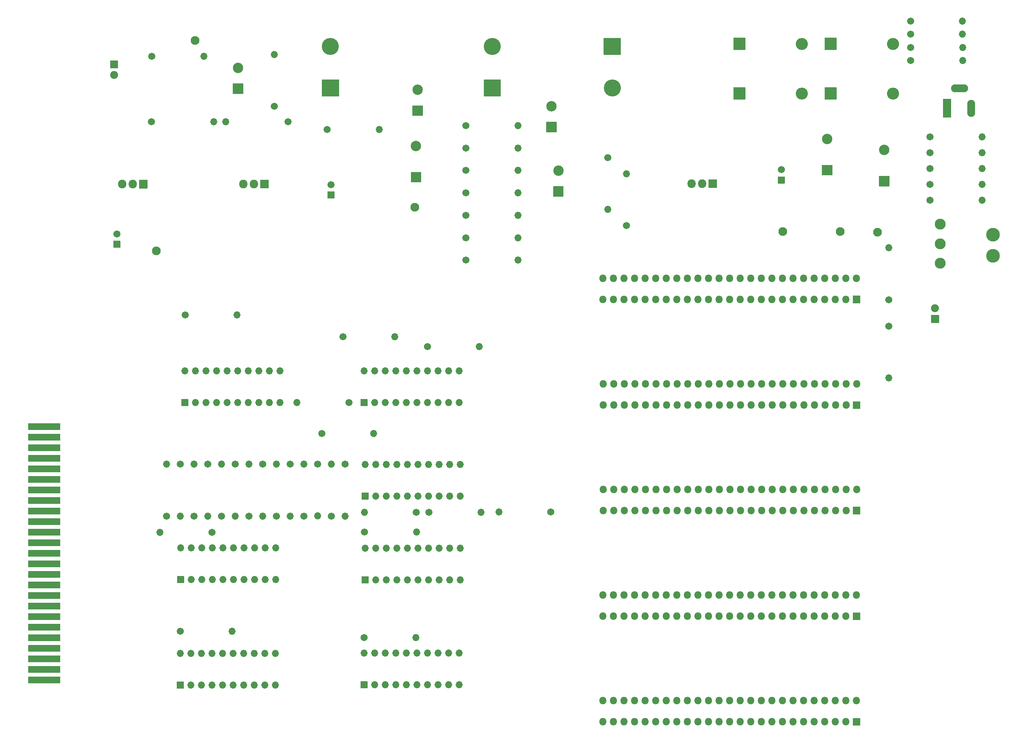
<source format=gbr>
G04 #@! TF.GenerationSoftware,KiCad,Pcbnew,5.1.8-5.1.8*
G04 #@! TF.CreationDate,2021-09-17T16:24:19-07:00*
G04 #@! TF.ProjectId,1090,31303930-2e6b-4696-9361-645f70636258,rev?*
G04 #@! TF.SameCoordinates,Original*
G04 #@! TF.FileFunction,Soldermask,Bot*
G04 #@! TF.FilePolarity,Negative*
%FSLAX46Y46*%
G04 Gerber Fmt 4.6, Leading zero omitted, Abs format (unit mm)*
G04 Created by KiCad (PCBNEW 5.1.8-5.1.8) date 2021-09-17 16:24:19*
%MOMM*%
%LPD*%
G01*
G04 APERTURE LIST*
%ADD10C,3.302000*%
%ADD11C,2.626000*%
%ADD12O,1.802000X1.802000*%
%ADD13O,4.102000X1.902000*%
%ADD14O,1.902000X4.102000*%
%ADD15C,1.702000*%
%ADD16O,1.702000X1.702000*%
%ADD17C,1.902000*%
%ADD18O,2.902000X2.902000*%
%ADD19C,2.502000*%
%ADD20O,2.007000X2.102000*%
%ADD21C,2.102000*%
%ADD22C,4.102000*%
G04 APERTURE END LIST*
D10*
X532384000Y-183794400D03*
X532384000Y-178714400D03*
D11*
X519684000Y-185574401D03*
X519684000Y-180874401D03*
X519684000Y-176174400D03*
D12*
X438650000Y-290810000D03*
X438650000Y-295890000D03*
X441190000Y-290810000D03*
X441190000Y-295890000D03*
X443730000Y-290810000D03*
X443730000Y-295890000D03*
X446270000Y-290810000D03*
X446270000Y-295890000D03*
X448810000Y-290810000D03*
X448810000Y-295890000D03*
X451350000Y-290810000D03*
X451350000Y-295890000D03*
X453890000Y-290810000D03*
X453890000Y-295890000D03*
X456430000Y-290810000D03*
X456430000Y-295890000D03*
X458970000Y-290810000D03*
X458970000Y-295890000D03*
X461510000Y-290810000D03*
X461510000Y-295890000D03*
X464050000Y-290810000D03*
X464050000Y-295890000D03*
X466590000Y-290810000D03*
X466590000Y-295890000D03*
X469130000Y-290810000D03*
X469130000Y-295890000D03*
X471670000Y-290810000D03*
X471670000Y-295890000D03*
X474210000Y-290810000D03*
X474210000Y-295890000D03*
X476750000Y-290810000D03*
X476750000Y-295890000D03*
X479290000Y-290810000D03*
X479290000Y-295890000D03*
X481830000Y-290810000D03*
X481830000Y-295890000D03*
X484370000Y-290810000D03*
X484370000Y-295890000D03*
X486910000Y-290810000D03*
X486910000Y-295890000D03*
X489450000Y-290810000D03*
X489450000Y-295890000D03*
X491990000Y-290810000D03*
X491990000Y-295890000D03*
X494530000Y-290810000D03*
X494530000Y-295890000D03*
X497070000Y-290810000D03*
X497070000Y-295890000D03*
X499610000Y-290810000D03*
G36*
G01*
X498760000Y-294989000D02*
X500460000Y-294989000D01*
G75*
G02*
X500511000Y-295040000I0J-51000D01*
G01*
X500511000Y-296740000D01*
G75*
G02*
X500460000Y-296791000I-51000J0D01*
G01*
X498760000Y-296791000D01*
G75*
G02*
X498709000Y-296740000I0J51000D01*
G01*
X498709000Y-295040000D01*
G75*
G02*
X498760000Y-294989000I51000J0D01*
G01*
G37*
X438650000Y-189200000D03*
X438650000Y-194280000D03*
X441190000Y-189200000D03*
X441190000Y-194280000D03*
X443730000Y-189200000D03*
X443730000Y-194280000D03*
X446270000Y-189200000D03*
X446270000Y-194280000D03*
X448810000Y-189200000D03*
X448810000Y-194280000D03*
X451350000Y-189200000D03*
X451350000Y-194280000D03*
X453890000Y-189200000D03*
X453890000Y-194280000D03*
X456430000Y-189200000D03*
X456430000Y-194280000D03*
X458970000Y-189200000D03*
X458970000Y-194280000D03*
X461510000Y-189200000D03*
X461510000Y-194280000D03*
X464050000Y-189200000D03*
X464050000Y-194280000D03*
X466590000Y-189200000D03*
X466590000Y-194280000D03*
X469130000Y-189200000D03*
X469130000Y-194280000D03*
X471670000Y-189200000D03*
X471670000Y-194280000D03*
X474210000Y-189200000D03*
X474210000Y-194280000D03*
X476750000Y-189200000D03*
X476750000Y-194280000D03*
X479290000Y-189200000D03*
X479290000Y-194280000D03*
X481830000Y-189200000D03*
X481830000Y-194280000D03*
X484370000Y-189200000D03*
X484370000Y-194280000D03*
X486910000Y-189200000D03*
X486910000Y-194280000D03*
X489450000Y-189200000D03*
X489450000Y-194280000D03*
X491990000Y-189200000D03*
X491990000Y-194280000D03*
X494530000Y-189200000D03*
X494530000Y-194280000D03*
X497070000Y-189200000D03*
X497070000Y-194280000D03*
X499610000Y-189200000D03*
G36*
G01*
X498760000Y-193379000D02*
X500460000Y-193379000D01*
G75*
G02*
X500511000Y-193430000I0J-51000D01*
G01*
X500511000Y-195130000D01*
G75*
G02*
X500460000Y-195181000I-51000J0D01*
G01*
X498760000Y-195181000D01*
G75*
G02*
X498709000Y-195130000I0J51000D01*
G01*
X498709000Y-193430000D01*
G75*
G02*
X498760000Y-193379000I51000J0D01*
G01*
G37*
X438660000Y-214610000D03*
X438660000Y-219690000D03*
X441200000Y-214610000D03*
X441200000Y-219690000D03*
X443740000Y-214610000D03*
X443740000Y-219690000D03*
X446280000Y-214610000D03*
X446280000Y-219690000D03*
X448820000Y-214610000D03*
X448820000Y-219690000D03*
X451360000Y-214610000D03*
X451360000Y-219690000D03*
X453900000Y-214610000D03*
X453900000Y-219690000D03*
X456440000Y-214610000D03*
X456440000Y-219690000D03*
X458980000Y-214610000D03*
X458980000Y-219690000D03*
X461520000Y-214610000D03*
X461520000Y-219690000D03*
X464060000Y-214610000D03*
X464060000Y-219690000D03*
X466600000Y-214610000D03*
X466600000Y-219690000D03*
X469140000Y-214610000D03*
X469140000Y-219690000D03*
X471680000Y-214610000D03*
X471680000Y-219690000D03*
X474220000Y-214610000D03*
X474220000Y-219690000D03*
X476760000Y-214610000D03*
X476760000Y-219690000D03*
X479300000Y-214610000D03*
X479300000Y-219690000D03*
X481840000Y-214610000D03*
X481840000Y-219690000D03*
X484380000Y-214610000D03*
X484380000Y-219690000D03*
X486920000Y-214610000D03*
X486920000Y-219690000D03*
X489460000Y-214610000D03*
X489460000Y-219690000D03*
X492000000Y-214610000D03*
X492000000Y-219690000D03*
X494540000Y-214610000D03*
X494540000Y-219690000D03*
X497080000Y-214610000D03*
X497080000Y-219690000D03*
X499620000Y-214610000D03*
G36*
G01*
X498770000Y-218789000D02*
X500470000Y-218789000D01*
G75*
G02*
X500521000Y-218840000I0J-51000D01*
G01*
X500521000Y-220540000D01*
G75*
G02*
X500470000Y-220591000I-51000J0D01*
G01*
X498770000Y-220591000D01*
G75*
G02*
X498719000Y-220540000I0J51000D01*
G01*
X498719000Y-218840000D01*
G75*
G02*
X498770000Y-218789000I51000J0D01*
G01*
G37*
X438660000Y-240000000D03*
X438660000Y-245080000D03*
X441200000Y-240000000D03*
X441200000Y-245080000D03*
X443740000Y-240000000D03*
X443740000Y-245080000D03*
X446280000Y-240000000D03*
X446280000Y-245080000D03*
X448820000Y-240000000D03*
X448820000Y-245080000D03*
X451360000Y-240000000D03*
X451360000Y-245080000D03*
X453900000Y-240000000D03*
X453900000Y-245080000D03*
X456440000Y-240000000D03*
X456440000Y-245080000D03*
X458980000Y-240000000D03*
X458980000Y-245080000D03*
X461520000Y-240000000D03*
X461520000Y-245080000D03*
X464060000Y-240000000D03*
X464060000Y-245080000D03*
X466600000Y-240000000D03*
X466600000Y-245080000D03*
X469140000Y-240000000D03*
X469140000Y-245080000D03*
X471680000Y-240000000D03*
X471680000Y-245080000D03*
X474220000Y-240000000D03*
X474220000Y-245080000D03*
X476760000Y-240000000D03*
X476760000Y-245080000D03*
X479300000Y-240000000D03*
X479300000Y-245080000D03*
X481840000Y-240000000D03*
X481840000Y-245080000D03*
X484380000Y-240000000D03*
X484380000Y-245080000D03*
X486920000Y-240000000D03*
X486920000Y-245080000D03*
X489460000Y-240000000D03*
X489460000Y-245080000D03*
X492000000Y-240000000D03*
X492000000Y-245080000D03*
X494540000Y-240000000D03*
X494540000Y-245080000D03*
X497080000Y-240000000D03*
X497080000Y-245080000D03*
X499620000Y-240000000D03*
G36*
G01*
X498770000Y-244179000D02*
X500470000Y-244179000D01*
G75*
G02*
X500521000Y-244230000I0J-51000D01*
G01*
X500521000Y-245930000D01*
G75*
G02*
X500470000Y-245981000I-51000J0D01*
G01*
X498770000Y-245981000D01*
G75*
G02*
X498719000Y-245930000I0J51000D01*
G01*
X498719000Y-244230000D01*
G75*
G02*
X498770000Y-244179000I51000J0D01*
G01*
G37*
X438640000Y-265410000D03*
X438640000Y-270490000D03*
X441180000Y-265410000D03*
X441180000Y-270490000D03*
X443720000Y-265410000D03*
X443720000Y-270490000D03*
X446260000Y-265410000D03*
X446260000Y-270490000D03*
X448800000Y-265410000D03*
X448800000Y-270490000D03*
X451340000Y-265410000D03*
X451340000Y-270490000D03*
X453880000Y-265410000D03*
X453880000Y-270490000D03*
X456420000Y-265410000D03*
X456420000Y-270490000D03*
X458960000Y-265410000D03*
X458960000Y-270490000D03*
X461500000Y-265410000D03*
X461500000Y-270490000D03*
X464040000Y-265410000D03*
X464040000Y-270490000D03*
X466580000Y-265410000D03*
X466580000Y-270490000D03*
X469120000Y-265410000D03*
X469120000Y-270490000D03*
X471660000Y-265410000D03*
X471660000Y-270490000D03*
X474200000Y-265410000D03*
X474200000Y-270490000D03*
X476740000Y-265410000D03*
X476740000Y-270490000D03*
X479280000Y-265410000D03*
X479280000Y-270490000D03*
X481820000Y-265410000D03*
X481820000Y-270490000D03*
X484360000Y-265410000D03*
X484360000Y-270490000D03*
X486900000Y-265410000D03*
X486900000Y-270490000D03*
X489440000Y-265410000D03*
X489440000Y-270490000D03*
X491980000Y-265410000D03*
X491980000Y-270490000D03*
X494520000Y-265410000D03*
X494520000Y-270490000D03*
X497060000Y-265410000D03*
X497060000Y-270490000D03*
X499600000Y-265410000D03*
G36*
G01*
X498750000Y-269589000D02*
X500450000Y-269589000D01*
G75*
G02*
X500501000Y-269640000I0J-51000D01*
G01*
X500501000Y-271340000D01*
G75*
G02*
X500450000Y-271391000I-51000J0D01*
G01*
X498750000Y-271391000D01*
G75*
G02*
X498699000Y-271340000I0J51000D01*
G01*
X498699000Y-269640000D01*
G75*
G02*
X498750000Y-269589000I51000J0D01*
G01*
G37*
G36*
G01*
X300480000Y-239287000D02*
X308100000Y-239287000D01*
G75*
G02*
X308151000Y-239338000I0J-51000D01*
G01*
X308151000Y-240862000D01*
G75*
G02*
X308100000Y-240913000I-51000J0D01*
G01*
X300480000Y-240913000D01*
G75*
G02*
X300429000Y-240862000I0J51000D01*
G01*
X300429000Y-239338000D01*
G75*
G02*
X300480000Y-239287000I51000J0D01*
G01*
G37*
G36*
G01*
X300480000Y-246907000D02*
X308100000Y-246907000D01*
G75*
G02*
X308151000Y-246958000I0J-51000D01*
G01*
X308151000Y-248482000D01*
G75*
G02*
X308100000Y-248533000I-51000J0D01*
G01*
X300480000Y-248533000D01*
G75*
G02*
X300429000Y-248482000I0J51000D01*
G01*
X300429000Y-246958000D01*
G75*
G02*
X300480000Y-246907000I51000J0D01*
G01*
G37*
G36*
G01*
X300480000Y-236747000D02*
X308100000Y-236747000D01*
G75*
G02*
X308151000Y-236798000I0J-51000D01*
G01*
X308151000Y-238322000D01*
G75*
G02*
X308100000Y-238373000I-51000J0D01*
G01*
X300480000Y-238373000D01*
G75*
G02*
X300429000Y-238322000I0J51000D01*
G01*
X300429000Y-236798000D01*
G75*
G02*
X300480000Y-236747000I51000J0D01*
G01*
G37*
G36*
G01*
X300480000Y-241827000D02*
X308100000Y-241827000D01*
G75*
G02*
X308151000Y-241878000I0J-51000D01*
G01*
X308151000Y-243402000D01*
G75*
G02*
X308100000Y-243453000I-51000J0D01*
G01*
X300480000Y-243453000D01*
G75*
G02*
X300429000Y-243402000I0J51000D01*
G01*
X300429000Y-241878000D01*
G75*
G02*
X300480000Y-241827000I51000J0D01*
G01*
G37*
G36*
G01*
X300480000Y-244367000D02*
X308100000Y-244367000D01*
G75*
G02*
X308151000Y-244418000I0J-51000D01*
G01*
X308151000Y-245942000D01*
G75*
G02*
X308100000Y-245993000I-51000J0D01*
G01*
X300480000Y-245993000D01*
G75*
G02*
X300429000Y-245942000I0J51000D01*
G01*
X300429000Y-244418000D01*
G75*
G02*
X300480000Y-244367000I51000J0D01*
G01*
G37*
G36*
G01*
X300480000Y-231667000D02*
X308100000Y-231667000D01*
G75*
G02*
X308151000Y-231718000I0J-51000D01*
G01*
X308151000Y-233242000D01*
G75*
G02*
X308100000Y-233293000I-51000J0D01*
G01*
X300480000Y-233293000D01*
G75*
G02*
X300429000Y-233242000I0J51000D01*
G01*
X300429000Y-231718000D01*
G75*
G02*
X300480000Y-231667000I51000J0D01*
G01*
G37*
G36*
G01*
X300480000Y-229127000D02*
X308100000Y-229127000D01*
G75*
G02*
X308151000Y-229178000I0J-51000D01*
G01*
X308151000Y-230702000D01*
G75*
G02*
X308100000Y-230753000I-51000J0D01*
G01*
X300480000Y-230753000D01*
G75*
G02*
X300429000Y-230702000I0J51000D01*
G01*
X300429000Y-229178000D01*
G75*
G02*
X300480000Y-229127000I51000J0D01*
G01*
G37*
G36*
G01*
X300480000Y-224047000D02*
X308100000Y-224047000D01*
G75*
G02*
X308151000Y-224098000I0J-51000D01*
G01*
X308151000Y-225622000D01*
G75*
G02*
X308100000Y-225673000I-51000J0D01*
G01*
X300480000Y-225673000D01*
G75*
G02*
X300429000Y-225622000I0J51000D01*
G01*
X300429000Y-224098000D01*
G75*
G02*
X300480000Y-224047000I51000J0D01*
G01*
G37*
G36*
G01*
X300480000Y-234207000D02*
X308100000Y-234207000D01*
G75*
G02*
X308151000Y-234258000I0J-51000D01*
G01*
X308151000Y-235782000D01*
G75*
G02*
X308100000Y-235833000I-51000J0D01*
G01*
X300480000Y-235833000D01*
G75*
G02*
X300429000Y-235782000I0J51000D01*
G01*
X300429000Y-234258000D01*
G75*
G02*
X300480000Y-234207000I51000J0D01*
G01*
G37*
G36*
G01*
X300480000Y-226587000D02*
X308100000Y-226587000D01*
G75*
G02*
X308151000Y-226638000I0J-51000D01*
G01*
X308151000Y-228162000D01*
G75*
G02*
X308100000Y-228213000I-51000J0D01*
G01*
X300480000Y-228213000D01*
G75*
G02*
X300429000Y-228162000I0J51000D01*
G01*
X300429000Y-226638000D01*
G75*
G02*
X300480000Y-226587000I51000J0D01*
G01*
G37*
G36*
G01*
X300480000Y-285007000D02*
X308100000Y-285007000D01*
G75*
G02*
X308151000Y-285058000I0J-51000D01*
G01*
X308151000Y-286582000D01*
G75*
G02*
X308100000Y-286633000I-51000J0D01*
G01*
X300480000Y-286633000D01*
G75*
G02*
X300429000Y-286582000I0J51000D01*
G01*
X300429000Y-285058000D01*
G75*
G02*
X300480000Y-285007000I51000J0D01*
G01*
G37*
G36*
G01*
X300480000Y-282467000D02*
X308100000Y-282467000D01*
G75*
G02*
X308151000Y-282518000I0J-51000D01*
G01*
X308151000Y-284042000D01*
G75*
G02*
X308100000Y-284093000I-51000J0D01*
G01*
X300480000Y-284093000D01*
G75*
G02*
X300429000Y-284042000I0J51000D01*
G01*
X300429000Y-282518000D01*
G75*
G02*
X300480000Y-282467000I51000J0D01*
G01*
G37*
G36*
G01*
X300480000Y-279927000D02*
X308100000Y-279927000D01*
G75*
G02*
X308151000Y-279978000I0J-51000D01*
G01*
X308151000Y-281502000D01*
G75*
G02*
X308100000Y-281553000I-51000J0D01*
G01*
X300480000Y-281553000D01*
G75*
G02*
X300429000Y-281502000I0J51000D01*
G01*
X300429000Y-279978000D01*
G75*
G02*
X300480000Y-279927000I51000J0D01*
G01*
G37*
G36*
G01*
X300480000Y-277387000D02*
X308100000Y-277387000D01*
G75*
G02*
X308151000Y-277438000I0J-51000D01*
G01*
X308151000Y-278962000D01*
G75*
G02*
X308100000Y-279013000I-51000J0D01*
G01*
X300480000Y-279013000D01*
G75*
G02*
X300429000Y-278962000I0J51000D01*
G01*
X300429000Y-277438000D01*
G75*
G02*
X300480000Y-277387000I51000J0D01*
G01*
G37*
G36*
G01*
X300480000Y-274847000D02*
X308100000Y-274847000D01*
G75*
G02*
X308151000Y-274898000I0J-51000D01*
G01*
X308151000Y-276422000D01*
G75*
G02*
X308100000Y-276473000I-51000J0D01*
G01*
X300480000Y-276473000D01*
G75*
G02*
X300429000Y-276422000I0J51000D01*
G01*
X300429000Y-274898000D01*
G75*
G02*
X300480000Y-274847000I51000J0D01*
G01*
G37*
G36*
G01*
X300480000Y-272307000D02*
X308100000Y-272307000D01*
G75*
G02*
X308151000Y-272358000I0J-51000D01*
G01*
X308151000Y-273882000D01*
G75*
G02*
X308100000Y-273933000I-51000J0D01*
G01*
X300480000Y-273933000D01*
G75*
G02*
X300429000Y-273882000I0J51000D01*
G01*
X300429000Y-272358000D01*
G75*
G02*
X300480000Y-272307000I51000J0D01*
G01*
G37*
G36*
G01*
X300480000Y-269767000D02*
X308100000Y-269767000D01*
G75*
G02*
X308151000Y-269818000I0J-51000D01*
G01*
X308151000Y-271342000D01*
G75*
G02*
X308100000Y-271393000I-51000J0D01*
G01*
X300480000Y-271393000D01*
G75*
G02*
X300429000Y-271342000I0J51000D01*
G01*
X300429000Y-269818000D01*
G75*
G02*
X300480000Y-269767000I51000J0D01*
G01*
G37*
G36*
G01*
X300480000Y-267227000D02*
X308100000Y-267227000D01*
G75*
G02*
X308151000Y-267278000I0J-51000D01*
G01*
X308151000Y-268802000D01*
G75*
G02*
X308100000Y-268853000I-51000J0D01*
G01*
X300480000Y-268853000D01*
G75*
G02*
X300429000Y-268802000I0J51000D01*
G01*
X300429000Y-267278000D01*
G75*
G02*
X300480000Y-267227000I51000J0D01*
G01*
G37*
G36*
G01*
X300480000Y-264687000D02*
X308100000Y-264687000D01*
G75*
G02*
X308151000Y-264738000I0J-51000D01*
G01*
X308151000Y-266262000D01*
G75*
G02*
X308100000Y-266313000I-51000J0D01*
G01*
X300480000Y-266313000D01*
G75*
G02*
X300429000Y-266262000I0J51000D01*
G01*
X300429000Y-264738000D01*
G75*
G02*
X300480000Y-264687000I51000J0D01*
G01*
G37*
G36*
G01*
X300480000Y-262147000D02*
X308100000Y-262147000D01*
G75*
G02*
X308151000Y-262198000I0J-51000D01*
G01*
X308151000Y-263722000D01*
G75*
G02*
X308100000Y-263773000I-51000J0D01*
G01*
X300480000Y-263773000D01*
G75*
G02*
X300429000Y-263722000I0J51000D01*
G01*
X300429000Y-262198000D01*
G75*
G02*
X300480000Y-262147000I51000J0D01*
G01*
G37*
G36*
G01*
X300480000Y-259607000D02*
X308100000Y-259607000D01*
G75*
G02*
X308151000Y-259658000I0J-51000D01*
G01*
X308151000Y-261182000D01*
G75*
G02*
X308100000Y-261233000I-51000J0D01*
G01*
X300480000Y-261233000D01*
G75*
G02*
X300429000Y-261182000I0J51000D01*
G01*
X300429000Y-259658000D01*
G75*
G02*
X300480000Y-259607000I51000J0D01*
G01*
G37*
G36*
G01*
X300480000Y-257067000D02*
X308100000Y-257067000D01*
G75*
G02*
X308151000Y-257118000I0J-51000D01*
G01*
X308151000Y-258642000D01*
G75*
G02*
X308100000Y-258693000I-51000J0D01*
G01*
X300480000Y-258693000D01*
G75*
G02*
X300429000Y-258642000I0J51000D01*
G01*
X300429000Y-257118000D01*
G75*
G02*
X300480000Y-257067000I51000J0D01*
G01*
G37*
G36*
G01*
X300480000Y-254527000D02*
X308100000Y-254527000D01*
G75*
G02*
X308151000Y-254578000I0J-51000D01*
G01*
X308151000Y-256102000D01*
G75*
G02*
X308100000Y-256153000I-51000J0D01*
G01*
X300480000Y-256153000D01*
G75*
G02*
X300429000Y-256102000I0J51000D01*
G01*
X300429000Y-254578000D01*
G75*
G02*
X300480000Y-254527000I51000J0D01*
G01*
G37*
G36*
G01*
X300480000Y-251987000D02*
X308100000Y-251987000D01*
G75*
G02*
X308151000Y-252038000I0J-51000D01*
G01*
X308151000Y-253562000D01*
G75*
G02*
X308100000Y-253613000I-51000J0D01*
G01*
X300480000Y-253613000D01*
G75*
G02*
X300429000Y-253562000I0J51000D01*
G01*
X300429000Y-252038000D01*
G75*
G02*
X300480000Y-251987000I51000J0D01*
G01*
G37*
G36*
G01*
X300480000Y-249447000D02*
X308100000Y-249447000D01*
G75*
G02*
X308151000Y-249498000I0J-51000D01*
G01*
X308151000Y-251022000D01*
G75*
G02*
X308100000Y-251073000I-51000J0D01*
G01*
X300480000Y-251073000D01*
G75*
G02*
X300429000Y-251022000I0J51000D01*
G01*
X300429000Y-249498000D01*
G75*
G02*
X300480000Y-249447000I51000J0D01*
G01*
G37*
D13*
X524357000Y-143469000D03*
D14*
X527157000Y-148269000D03*
G36*
G01*
X522257000Y-150520000D02*
X520457000Y-150520000D01*
G75*
G02*
X520406000Y-150469000I0J51000D01*
G01*
X520406000Y-146069000D01*
G75*
G02*
X520457000Y-146018000I51000J0D01*
G01*
X522257000Y-146018000D01*
G75*
G02*
X522308000Y-146069000I0J-51000D01*
G01*
X522308000Y-150469000D01*
G75*
G02*
X522257000Y-150520000I-51000J0D01*
G01*
G37*
D15*
X393780000Y-245470000D03*
D16*
X381280000Y-245470000D03*
D17*
X321115000Y-140241000D03*
G36*
G01*
X320215000Y-136750000D02*
X322015000Y-136750000D01*
G75*
G02*
X322066000Y-136801000I0J-51000D01*
G01*
X322066000Y-138601000D01*
G75*
G02*
X322015000Y-138652000I-51000J0D01*
G01*
X320215000Y-138652000D01*
G75*
G02*
X320164000Y-138601000I0J51000D01*
G01*
X320164000Y-136801000D01*
G75*
G02*
X320215000Y-136750000I51000J0D01*
G01*
G37*
X518483000Y-196425000D03*
G36*
G01*
X519383000Y-199916000D02*
X517583000Y-199916000D01*
G75*
G02*
X517532000Y-199865000I0J51000D01*
G01*
X517532000Y-198065000D01*
G75*
G02*
X517583000Y-198014000I51000J0D01*
G01*
X519383000Y-198014000D01*
G75*
G02*
X519434000Y-198065000I0J-51000D01*
G01*
X519434000Y-199865000D01*
G75*
G02*
X519383000Y-199916000I-51000J0D01*
G01*
G37*
D18*
X508364000Y-132777000D03*
G36*
G01*
X491913000Y-134167000D02*
X491913000Y-131367000D01*
G75*
G02*
X491964000Y-131316000I51000J0D01*
G01*
X494764000Y-131316000D01*
G75*
G02*
X494815000Y-131367000I0J-51000D01*
G01*
X494815000Y-134167000D01*
G75*
G02*
X494764000Y-134218000I-51000J0D01*
G01*
X491964000Y-134218000D01*
G75*
G02*
X491913000Y-134167000I0J51000D01*
G01*
G37*
X486440000Y-132777000D03*
G36*
G01*
X469989000Y-134167000D02*
X469989000Y-131367000D01*
G75*
G02*
X470040000Y-131316000I51000J0D01*
G01*
X472840000Y-131316000D01*
G75*
G02*
X472891000Y-131367000I0J-51000D01*
G01*
X472891000Y-134167000D01*
G75*
G02*
X472840000Y-134218000I-51000J0D01*
G01*
X470040000Y-134218000D01*
G75*
G02*
X469989000Y-134167000I0J51000D01*
G01*
G37*
X508364000Y-144715000D03*
G36*
G01*
X491913000Y-146105000D02*
X491913000Y-143305000D01*
G75*
G02*
X491964000Y-143254000I51000J0D01*
G01*
X494764000Y-143254000D01*
G75*
G02*
X494815000Y-143305000I0J-51000D01*
G01*
X494815000Y-146105000D01*
G75*
G02*
X494764000Y-146156000I-51000J0D01*
G01*
X491964000Y-146156000D01*
G75*
G02*
X491913000Y-146105000I0J51000D01*
G01*
G37*
D15*
X439830000Y-160145000D03*
D16*
X439830000Y-172645000D03*
D15*
X512648000Y-133664000D03*
D16*
X525148000Y-133664000D03*
D15*
X517275000Y-162747000D03*
D16*
X529775000Y-162747000D03*
D15*
X512573000Y-127304000D03*
D16*
X525073000Y-127304000D03*
D15*
X336990000Y-274099000D03*
D16*
X349490000Y-274099000D03*
D15*
X344630000Y-250350000D03*
D16*
X332130000Y-250350000D03*
D15*
X338180000Y-198020000D03*
D16*
X350680000Y-198020000D03*
D15*
X381313000Y-250238999D03*
D16*
X393813000Y-250238999D03*
D15*
X377530000Y-219120000D03*
D16*
X365030000Y-219120000D03*
D15*
X517275000Y-170367000D03*
D16*
X529775000Y-170367000D03*
D15*
X517275000Y-155127000D03*
D16*
X529775000Y-155127000D03*
D15*
X376106000Y-203233000D03*
D16*
X388606000Y-203233000D03*
D15*
X381186000Y-275623000D03*
D16*
X393686000Y-275623000D03*
G36*
G01*
X382240000Y-262571000D02*
X380640000Y-262571000D01*
G75*
G02*
X380589000Y-262520000I0J51000D01*
G01*
X380589000Y-260920000D01*
G75*
G02*
X380640000Y-260869000I51000J0D01*
G01*
X382240000Y-260869000D01*
G75*
G02*
X382291000Y-260920000I0J-51000D01*
G01*
X382291000Y-262520000D01*
G75*
G02*
X382240000Y-262571000I-51000J0D01*
G01*
G37*
X404300000Y-254100000D03*
X383980000Y-261720000D03*
X401760000Y-254100000D03*
X386520000Y-261720000D03*
X399220000Y-254100000D03*
X389060000Y-261720000D03*
X396680000Y-254100000D03*
X391600000Y-261720000D03*
X394140000Y-254100000D03*
X394140000Y-261720000D03*
X391600000Y-254100000D03*
X396680000Y-261720000D03*
X389060000Y-254100000D03*
X399220000Y-261720000D03*
X386520000Y-254100000D03*
X401760000Y-261720000D03*
X383980000Y-254100000D03*
X404300000Y-261720000D03*
X381440000Y-254100000D03*
G36*
G01*
X381986000Y-219959000D02*
X380386000Y-219959000D01*
G75*
G02*
X380335000Y-219908000I0J51000D01*
G01*
X380335000Y-218308000D01*
G75*
G02*
X380386000Y-218257000I51000J0D01*
G01*
X381986000Y-218257000D01*
G75*
G02*
X382037000Y-218308000I0J-51000D01*
G01*
X382037000Y-219908000D01*
G75*
G02*
X381986000Y-219959000I-51000J0D01*
G01*
G37*
X404046000Y-211488000D03*
X383726000Y-219108000D03*
X401506000Y-211488000D03*
X386266000Y-219108000D03*
X398966000Y-211488000D03*
X388806000Y-219108000D03*
X396426000Y-211488000D03*
X391346000Y-219108000D03*
X393886000Y-211488000D03*
X393886000Y-219108000D03*
X391346000Y-211488000D03*
X396426000Y-219108000D03*
X388806000Y-211488000D03*
X398966000Y-219108000D03*
X386266000Y-211488000D03*
X401506000Y-219108000D03*
X383726000Y-211488000D03*
X404046000Y-219108000D03*
X381186000Y-211488000D03*
G36*
G01*
X482305000Y-166396000D02*
X480705000Y-166396000D01*
G75*
G02*
X480654000Y-166345000I0J51000D01*
G01*
X480654000Y-164745000D01*
G75*
G02*
X480705000Y-164694000I51000J0D01*
G01*
X482305000Y-164694000D01*
G75*
G02*
X482356000Y-164745000I0J-51000D01*
G01*
X482356000Y-166345000D01*
G75*
G02*
X482305000Y-166396000I-51000J0D01*
G01*
G37*
D15*
X481505000Y-163045000D03*
G36*
G01*
X352080000Y-144791000D02*
X349680000Y-144791000D01*
G75*
G02*
X349629000Y-144740000I0J51000D01*
G01*
X349629000Y-142340000D01*
G75*
G02*
X349680000Y-142289000I51000J0D01*
G01*
X352080000Y-142289000D01*
G75*
G02*
X352131000Y-142340000I0J-51000D01*
G01*
X352131000Y-144740000D01*
G75*
G02*
X352080000Y-144791000I-51000J0D01*
G01*
G37*
D19*
X350880000Y-138540000D03*
D15*
X507405000Y-194370000D03*
D16*
X507405000Y-181870000D03*
D15*
X507355000Y-200695000D03*
D16*
X507355000Y-213195000D03*
D15*
X330194000Y-135769000D03*
D16*
X342694000Y-135769000D03*
D15*
X396426000Y-205646000D03*
D16*
X408926000Y-205646000D03*
D15*
X371026000Y-226537500D03*
D16*
X383526000Y-226537500D03*
D15*
X336980000Y-233920000D03*
D16*
X336980000Y-246420000D03*
D15*
X343580000Y-233920000D03*
D16*
X343580000Y-246420000D03*
D15*
X350180000Y-233920000D03*
D16*
X350180000Y-246420000D03*
D15*
X356802000Y-233920000D03*
D16*
X356802000Y-246420000D03*
D15*
X363430000Y-233920000D03*
D16*
X363430000Y-246420000D03*
D15*
X370030000Y-233870000D03*
D16*
X370030000Y-246370000D03*
D15*
X376614000Y-233920000D03*
D16*
X376614000Y-246420000D03*
D15*
X426110000Y-245430000D03*
D16*
X413610000Y-245430000D03*
X347955000Y-151495000D03*
D15*
X362955000Y-151495000D03*
X512573000Y-130459000D03*
D16*
X525073000Y-130459000D03*
D15*
X512648000Y-136819000D03*
D16*
X525148000Y-136819000D03*
D15*
X517275000Y-166557000D03*
D16*
X529775000Y-166557000D03*
D15*
X517275000Y-158937000D03*
D16*
X529775000Y-158937000D03*
X337075000Y-254082000D03*
X359935000Y-261702000D03*
X339615000Y-254082000D03*
X357395000Y-261702000D03*
X342155000Y-254082000D03*
X354855000Y-261702000D03*
X344695000Y-254082000D03*
X352315000Y-261702000D03*
X347235000Y-254082000D03*
X349775000Y-261702000D03*
X349775000Y-254082000D03*
X347235000Y-261702000D03*
X352315000Y-254082000D03*
X344695000Y-261702000D03*
X354855000Y-254082000D03*
X342155000Y-261702000D03*
X357395000Y-254082000D03*
X339615000Y-261702000D03*
X359935000Y-254082000D03*
G36*
G01*
X337875000Y-262553000D02*
X336275000Y-262553000D01*
G75*
G02*
X336224000Y-262502000I0J51000D01*
G01*
X336224000Y-260902000D01*
G75*
G02*
X336275000Y-260851000I51000J0D01*
G01*
X337875000Y-260851000D01*
G75*
G02*
X337926000Y-260902000I0J-51000D01*
G01*
X337926000Y-262502000D01*
G75*
G02*
X337875000Y-262553000I-51000J0D01*
G01*
G37*
X381186000Y-279392001D03*
X404046000Y-287012001D03*
X383726000Y-279392001D03*
X401506000Y-287012001D03*
X386266000Y-279392001D03*
X398966000Y-287012001D03*
X388806000Y-279392001D03*
X396426000Y-287012001D03*
X391346000Y-279392001D03*
X393886000Y-287012001D03*
X393886000Y-279392001D03*
X391346000Y-287012001D03*
X396426000Y-279392001D03*
X388806000Y-287012001D03*
X398966000Y-279392001D03*
X386266000Y-287012001D03*
X401506000Y-279392001D03*
X383726000Y-287012001D03*
X404046000Y-279392001D03*
G36*
G01*
X381986000Y-287863001D02*
X380386000Y-287863001D01*
G75*
G02*
X380335000Y-287812001I0J51000D01*
G01*
X380335000Y-286212001D01*
G75*
G02*
X380386000Y-286161001I51000J0D01*
G01*
X381986000Y-286161001D01*
G75*
G02*
X382037000Y-286212001I0J-51000D01*
G01*
X382037000Y-287812001D01*
G75*
G02*
X381986000Y-287863001I-51000J0D01*
G01*
G37*
X381440000Y-233967000D03*
X404300000Y-241587000D03*
X383980000Y-233967000D03*
X401760000Y-241587000D03*
X386520000Y-233967000D03*
X399220000Y-241587000D03*
X389060000Y-233967000D03*
X396680000Y-241587000D03*
X391600000Y-233967000D03*
X394140000Y-241587000D03*
X394140000Y-233967000D03*
X391600000Y-241587000D03*
X396680000Y-233967000D03*
X389060000Y-241587000D03*
X399220000Y-233967000D03*
X386520000Y-241587000D03*
X401760000Y-233967000D03*
X383980000Y-241587000D03*
X404300000Y-233967000D03*
G36*
G01*
X382240000Y-242438000D02*
X380640000Y-242438000D01*
G75*
G02*
X380589000Y-242387000I0J51000D01*
G01*
X380589000Y-240787000D01*
G75*
G02*
X380640000Y-240736000I51000J0D01*
G01*
X382240000Y-240736000D01*
G75*
G02*
X382291000Y-240787000I0J-51000D01*
G01*
X382291000Y-242387000D01*
G75*
G02*
X382240000Y-242438000I-51000J0D01*
G01*
G37*
G36*
G01*
X338891000Y-219959000D02*
X337291000Y-219959000D01*
G75*
G02*
X337240000Y-219908000I0J51000D01*
G01*
X337240000Y-218308000D01*
G75*
G02*
X337291000Y-218257000I51000J0D01*
G01*
X338891000Y-218257000D01*
G75*
G02*
X338942000Y-218308000I0J-51000D01*
G01*
X338942000Y-219908000D01*
G75*
G02*
X338891000Y-219959000I-51000J0D01*
G01*
G37*
X360951000Y-211488000D03*
X340631000Y-219108000D03*
X358411000Y-211488000D03*
X343171000Y-219108000D03*
X355871000Y-211488000D03*
X345711000Y-219108000D03*
X353331000Y-211488000D03*
X348251000Y-219108000D03*
X350791000Y-211488000D03*
X350791000Y-219108000D03*
X348251000Y-211488000D03*
X353331000Y-219108000D03*
X345711000Y-211488000D03*
X355871000Y-219108000D03*
X343171000Y-211488000D03*
X358411000Y-219108000D03*
X340631000Y-211488000D03*
X360951000Y-219108000D03*
X338091000Y-211488000D03*
G36*
G01*
X466033500Y-165420000D02*
X466033500Y-167420000D01*
G75*
G02*
X465982500Y-167471000I-51000J0D01*
G01*
X464077500Y-167471000D01*
G75*
G02*
X464026500Y-167420000I0J51000D01*
G01*
X464026500Y-165420000D01*
G75*
G02*
X464077500Y-165369000I51000J0D01*
G01*
X465982500Y-165369000D01*
G75*
G02*
X466033500Y-165420000I0J-51000D01*
G01*
G37*
D20*
X462490000Y-166420000D03*
X459950000Y-166420000D03*
G36*
G01*
X329103500Y-165530000D02*
X329103500Y-167530000D01*
G75*
G02*
X329052500Y-167581000I-51000J0D01*
G01*
X327147500Y-167581000D01*
G75*
G02*
X327096500Y-167530000I0J51000D01*
G01*
X327096500Y-165530000D01*
G75*
G02*
X327147500Y-165479000I51000J0D01*
G01*
X329052500Y-165479000D01*
G75*
G02*
X329103500Y-165530000I0J-51000D01*
G01*
G37*
X325560000Y-166530000D03*
X323020000Y-166530000D03*
X352180000Y-166500000D03*
X354720000Y-166500000D03*
G36*
G01*
X358263500Y-165500000D02*
X358263500Y-167500000D01*
G75*
G02*
X358212500Y-167551000I-51000J0D01*
G01*
X356307500Y-167551000D01*
G75*
G02*
X356256500Y-167500000I0J51000D01*
G01*
X356256500Y-165500000D01*
G75*
G02*
X356307500Y-165449000I51000J0D01*
G01*
X358212500Y-165449000D01*
G75*
G02*
X358263500Y-165500000I0J-51000D01*
G01*
G37*
D15*
X330067000Y-151517000D03*
D16*
X345067000Y-151517000D03*
X359658000Y-135334000D03*
D15*
X359658000Y-147834000D03*
D16*
X336996000Y-279433000D03*
X359856000Y-287053000D03*
X339536000Y-279433000D03*
X357316000Y-287053000D03*
X342076000Y-279433000D03*
X354776000Y-287053000D03*
X344616000Y-279433000D03*
X352236000Y-287053000D03*
X347156000Y-279433000D03*
X349696000Y-287053000D03*
X349696000Y-279433000D03*
X347156000Y-287053000D03*
X352236000Y-279433000D03*
X344616000Y-287053000D03*
X354776000Y-279433000D03*
X342076000Y-287053000D03*
X357316000Y-279433000D03*
X339536000Y-287053000D03*
X359856000Y-279433000D03*
G36*
G01*
X337796000Y-287904000D02*
X336196000Y-287904000D01*
G75*
G02*
X336145000Y-287853000I0J51000D01*
G01*
X336145000Y-286253000D01*
G75*
G02*
X336196000Y-286202000I51000J0D01*
G01*
X337796000Y-286202000D01*
G75*
G02*
X337847000Y-286253000I0J-51000D01*
G01*
X337847000Y-287853000D01*
G75*
G02*
X337796000Y-287904000I-51000J0D01*
G01*
G37*
D19*
X394075000Y-143850000D03*
G36*
G01*
X395275000Y-150101000D02*
X392875000Y-150101000D01*
G75*
G02*
X392824000Y-150050000I0J51000D01*
G01*
X392824000Y-147650000D01*
G75*
G02*
X392875000Y-147599000I51000J0D01*
G01*
X395275000Y-147599000D01*
G75*
G02*
X395326000Y-147650000I0J-51000D01*
G01*
X395326000Y-150050000D01*
G75*
G02*
X395275000Y-150101000I-51000J0D01*
G01*
G37*
G36*
G01*
X427471000Y-154065000D02*
X425071000Y-154065000D01*
G75*
G02*
X425020000Y-154014000I0J51000D01*
G01*
X425020000Y-151614000D01*
G75*
G02*
X425071000Y-151563000I51000J0D01*
G01*
X427471000Y-151563000D01*
G75*
G02*
X427522000Y-151614000I0J-51000D01*
G01*
X427522000Y-154014000D01*
G75*
G02*
X427471000Y-154065000I-51000J0D01*
G01*
G37*
X426271000Y-147814000D03*
X427922000Y-163308000D03*
G36*
G01*
X429122000Y-169559000D02*
X426722000Y-169559000D01*
G75*
G02*
X426671000Y-169508000I0J51000D01*
G01*
X426671000Y-167108000D01*
G75*
G02*
X426722000Y-167057000I51000J0D01*
G01*
X429122000Y-167057000D01*
G75*
G02*
X429173000Y-167108000I0J-51000D01*
G01*
X429173000Y-169508000D01*
G75*
G02*
X429122000Y-169559000I-51000J0D01*
G01*
G37*
G36*
G01*
X394894000Y-166103000D02*
X392494000Y-166103000D01*
G75*
G02*
X392443000Y-166052000I0J51000D01*
G01*
X392443000Y-163652000D01*
G75*
G02*
X392494000Y-163601000I51000J0D01*
G01*
X394894000Y-163601000D01*
G75*
G02*
X394945000Y-163652000I0J-51000D01*
G01*
X394945000Y-166052000D01*
G75*
G02*
X394894000Y-166103000I-51000J0D01*
G01*
G37*
X393694000Y-157352000D03*
G36*
G01*
X374060000Y-170011000D02*
X372460000Y-170011000D01*
G75*
G02*
X372409000Y-169960000I0J51000D01*
G01*
X372409000Y-168360000D01*
G75*
G02*
X372460000Y-168309000I51000J0D01*
G01*
X374060000Y-168309000D01*
G75*
G02*
X374111000Y-168360000I0J-51000D01*
G01*
X374111000Y-169960000D01*
G75*
G02*
X374060000Y-170011000I-51000J0D01*
G01*
G37*
D15*
X373260000Y-166660000D03*
X321750000Y-178508000D03*
G36*
G01*
X322550000Y-181859000D02*
X320950000Y-181859000D01*
G75*
G02*
X320899000Y-181808000I0J51000D01*
G01*
X320899000Y-180208000D01*
G75*
G02*
X320950000Y-180157000I51000J0D01*
G01*
X322550000Y-180157000D01*
G75*
G02*
X322601000Y-180208000I0J-51000D01*
G01*
X322601000Y-181808000D01*
G75*
G02*
X322550000Y-181859000I-51000J0D01*
G01*
G37*
D16*
X384858000Y-153422000D03*
D15*
X372358000Y-153422000D03*
D16*
X444255000Y-164020000D03*
D15*
X444255000Y-176520000D03*
D16*
X418197000Y-184818000D03*
D15*
X405697000Y-184818000D03*
D16*
X418197000Y-152433000D03*
D15*
X405697000Y-152433000D03*
X405697000Y-179420500D03*
D16*
X418197000Y-179420500D03*
D15*
X405697000Y-157830500D03*
D16*
X418197000Y-157830500D03*
D15*
X405697000Y-168625500D03*
D16*
X418197000Y-168625500D03*
D15*
X405697000Y-163228000D03*
D16*
X418197000Y-163228000D03*
D15*
X405697000Y-174023000D03*
D16*
X418197000Y-174023000D03*
D15*
X333688000Y-246413000D03*
D16*
X333688000Y-233913000D03*
X340292000Y-233913000D03*
D15*
X340292000Y-246413000D03*
X346896000Y-246413000D03*
D16*
X346896000Y-233913000D03*
X353500000Y-233913000D03*
D15*
X353500000Y-246413000D03*
X360104000Y-246413000D03*
D16*
X360104000Y-233913000D03*
X366708000Y-233913000D03*
D15*
X366708000Y-246413000D03*
D16*
X373312000Y-233913000D03*
D15*
X373312000Y-246413000D03*
D16*
X409280000Y-245513000D03*
D15*
X396780000Y-245513000D03*
D21*
X393440000Y-172091000D03*
X495680000Y-177930000D03*
X331275000Y-182620000D03*
X481850000Y-177920000D03*
X340608000Y-131959000D03*
X504690000Y-178070000D03*
G36*
G01*
X414047000Y-145467000D02*
X410047000Y-145467000D01*
G75*
G02*
X409996000Y-145416000I0J51000D01*
G01*
X409996000Y-141416000D01*
G75*
G02*
X410047000Y-141365000I51000J0D01*
G01*
X414047000Y-141365000D01*
G75*
G02*
X414098000Y-141416000I0J-51000D01*
G01*
X414098000Y-145416000D01*
G75*
G02*
X414047000Y-145467000I-51000J0D01*
G01*
G37*
D22*
X412047000Y-133416000D03*
G36*
G01*
X375120000Y-145440000D02*
X371120000Y-145440000D01*
G75*
G02*
X371069000Y-145389000I0J51000D01*
G01*
X371069000Y-141389000D01*
G75*
G02*
X371120000Y-141338000I51000J0D01*
G01*
X375120000Y-141338000D01*
G75*
G02*
X375171000Y-141389000I0J-51000D01*
G01*
X375171000Y-145389000D01*
G75*
G02*
X375120000Y-145440000I-51000J0D01*
G01*
G37*
X373120000Y-133389000D03*
G36*
G01*
X507462000Y-167060000D02*
X505062000Y-167060000D01*
G75*
G02*
X505011000Y-167009000I0J51000D01*
G01*
X505011000Y-164609000D01*
G75*
G02*
X505062000Y-164558000I51000J0D01*
G01*
X507462000Y-164558000D01*
G75*
G02*
X507513000Y-164609000I0J-51000D01*
G01*
X507513000Y-167009000D01*
G75*
G02*
X507462000Y-167060000I-51000J0D01*
G01*
G37*
D19*
X506262000Y-158309000D03*
X492530000Y-155645000D03*
G36*
G01*
X493730000Y-164396000D02*
X491330000Y-164396000D01*
G75*
G02*
X491279000Y-164345000I0J51000D01*
G01*
X491279000Y-161945000D01*
G75*
G02*
X491330000Y-161894000I51000J0D01*
G01*
X493730000Y-161894000D01*
G75*
G02*
X493781000Y-161945000I0J-51000D01*
G01*
X493781000Y-164345000D01*
G75*
G02*
X493730000Y-164396000I-51000J0D01*
G01*
G37*
D22*
X440876000Y-143383000D03*
G36*
G01*
X438876000Y-131332000D02*
X442876000Y-131332000D01*
G75*
G02*
X442927000Y-131383000I0J-51000D01*
G01*
X442927000Y-135383000D01*
G75*
G02*
X442876000Y-135434000I-51000J0D01*
G01*
X438876000Y-135434000D01*
G75*
G02*
X438825000Y-135383000I0J51000D01*
G01*
X438825000Y-131383000D01*
G75*
G02*
X438876000Y-131332000I51000J0D01*
G01*
G37*
G36*
G01*
X469989000Y-146105000D02*
X469989000Y-143305000D01*
G75*
G02*
X470040000Y-143254000I51000J0D01*
G01*
X472840000Y-143254000D01*
G75*
G02*
X472891000Y-143305000I0J-51000D01*
G01*
X472891000Y-146105000D01*
G75*
G02*
X472840000Y-146156000I-51000J0D01*
G01*
X470040000Y-146156000D01*
G75*
G02*
X469989000Y-146105000I0J51000D01*
G01*
G37*
D18*
X486440000Y-144715000D03*
M02*

</source>
